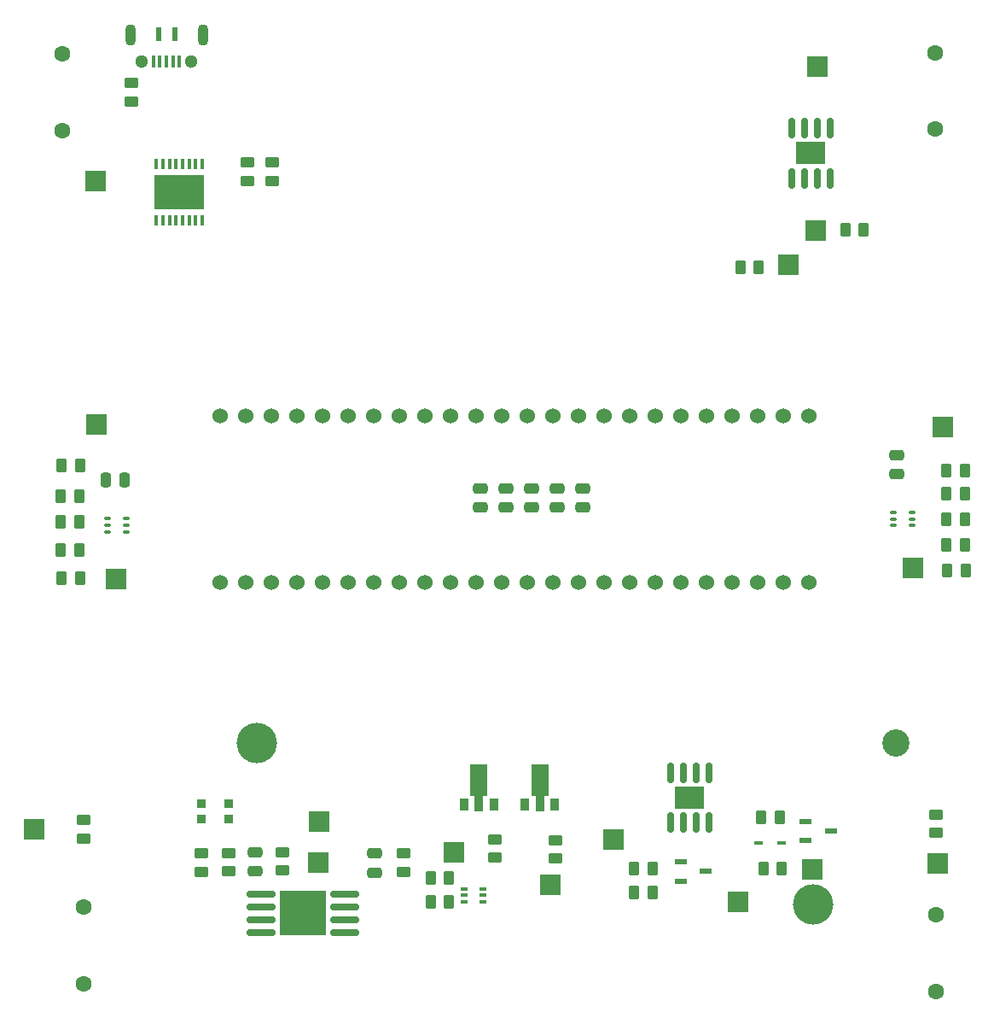
<source format=gbr>
%TF.GenerationSoftware,KiCad,Pcbnew,(7.0.0)*%
%TF.CreationDate,2023-04-14T09:52:48+02:00*%
%TF.ProjectId,EEE3088,45454533-3038-4382-9e6b-696361645f70,Rev_0*%
%TF.SameCoordinates,Original*%
%TF.FileFunction,Soldermask,Top*%
%TF.FilePolarity,Negative*%
%FSLAX46Y46*%
G04 Gerber Fmt 4.6, Leading zero omitted, Abs format (unit mm)*
G04 Created by KiCad (PCBNEW (7.0.0)) date 2023-04-14 09:52:48*
%MOMM*%
%LPD*%
G01*
G04 APERTURE LIST*
G04 Aperture macros list*
%AMRoundRect*
0 Rectangle with rounded corners*
0 $1 Rounding radius*
0 $2 $3 $4 $5 $6 $7 $8 $9 X,Y pos of 4 corners*
0 Add a 4 corners polygon primitive as box body*
4,1,4,$2,$3,$4,$5,$6,$7,$8,$9,$2,$3,0*
0 Add four circle primitives for the rounded corners*
1,1,$1+$1,$2,$3*
1,1,$1+$1,$4,$5*
1,1,$1+$1,$6,$7*
1,1,$1+$1,$8,$9*
0 Add four rect primitives between the rounded corners*
20,1,$1+$1,$2,$3,$4,$5,0*
20,1,$1+$1,$4,$5,$6,$7,0*
20,1,$1+$1,$6,$7,$8,$9,0*
20,1,$1+$1,$8,$9,$2,$3,0*%
%AMFreePoly0*
4,1,9,3.862500,-0.866500,0.737500,-0.866500,0.737500,-0.450000,-0.737500,-0.450000,-0.737500,0.450000,0.737500,0.450000,0.737500,0.866500,3.862500,0.866500,3.862500,-0.866500,3.862500,-0.866500,$1*%
G04 Aperture macros list end*
%ADD10R,2.000000X2.000000*%
%ADD11RoundRect,0.250000X-0.262500X-0.450000X0.262500X-0.450000X0.262500X0.450000X-0.262500X0.450000X0*%
%ADD12RoundRect,0.250000X-0.475000X0.250000X-0.475000X-0.250000X0.475000X-0.250000X0.475000X0.250000X0*%
%ADD13R,1.200000X0.600000*%
%ADD14RoundRect,0.150000X-0.150000X0.825000X-0.150000X-0.825000X0.150000X-0.825000X0.150000X0.825000X0*%
%ADD15R,3.000000X2.290000*%
%ADD16RoundRect,0.250000X0.262500X0.450000X-0.262500X0.450000X-0.262500X-0.450000X0.262500X-0.450000X0*%
%ADD17R,0.950000X0.900000*%
%ADD18RoundRect,0.250000X-0.450000X0.262500X-0.450000X-0.262500X0.450000X-0.262500X0.450000X0.262500X0*%
%ADD19C,1.524000*%
%ADD20R,0.900000X1.300000*%
%ADD21FreePoly0,90.000000*%
%ADD22R,0.400000X1.250000*%
%ADD23R,0.600000X1.350000*%
%ADD24O,1.070000X2.140000*%
%ADD25C,1.300000*%
%ADD26RoundRect,0.250000X0.250000X0.475000X-0.250000X0.475000X-0.250000X-0.475000X0.250000X-0.475000X0*%
%ADD27R,0.820000X0.460000*%
%ADD28RoundRect,0.175000X1.250000X0.175000X-1.250000X0.175000X-1.250000X-0.175000X1.250000X-0.175000X0*%
%ADD29R,4.570000X4.450000*%
%ADD30RoundRect,0.250000X0.475000X-0.250000X0.475000X0.250000X-0.475000X0.250000X-0.475000X-0.250000X0*%
%ADD31C,1.600000*%
%ADD32R,0.450000X1.050000*%
%ADD33R,5.000000X3.400000*%
%ADD34RoundRect,0.250000X0.450000X-0.262500X0.450000X0.262500X-0.450000X0.262500X-0.450000X-0.262500X0*%
%ADD35RoundRect,0.075000X-0.250000X-0.075000X0.250000X-0.075000X0.250000X0.075000X-0.250000X0.075000X0*%
%ADD36R,0.650000X0.400000*%
%ADD37RoundRect,0.075000X0.250000X0.075000X-0.250000X0.075000X-0.250000X-0.075000X0.250000X-0.075000X0*%
%ADD38C,4.000000*%
%ADD39C,2.700000*%
G04 APERTURE END LIST*
D10*
%TO.C,TP15*%
X131075999Y-71246999D03*
%TD*%
D11*
%TO.C,R30*%
X123571000Y-74918000D03*
X125396000Y-74918000D03*
%TD*%
D10*
%TO.C,TP12*%
X140715999Y-104647999D03*
%TD*%
D12*
%TO.C,C9*%
X100330000Y-96774000D03*
X100330000Y-98674000D03*
%TD*%
D10*
%TO.C,TP2*%
X131190999Y-54990999D03*
%TD*%
D13*
%TO.C,N1*%
X117658999Y-133817999D03*
X117658999Y-135717999D03*
X120158999Y-134767999D03*
%TD*%
D10*
%TO.C,TP1*%
X130739999Y-134574999D03*
%TD*%
D11*
%TO.C,R20*%
X144018000Y-94996000D03*
X145843000Y-94996000D03*
%TD*%
D10*
%TO.C,TP9*%
X143128999Y-133984999D03*
%TD*%
%TO.C,TP13*%
X61594999Y-105790999D03*
%TD*%
D14*
%TO.C,U6*%
X132461000Y-61087000D03*
X131191000Y-61087000D03*
X129921000Y-61087000D03*
X128651000Y-61087000D03*
X128651000Y-66037000D03*
X129921000Y-66037000D03*
X131191000Y-66037000D03*
X132461000Y-66037000D03*
D15*
X130555999Y-63561999D03*
%TD*%
D16*
%TO.C,R8*%
X114888500Y-134448000D03*
X113063500Y-134448000D03*
%TD*%
%TO.C,R24*%
X145843000Y-97282000D03*
X144018000Y-97282000D03*
%TD*%
D12*
%TO.C,C5*%
X105410000Y-96774000D03*
X105410000Y-98674000D03*
%TD*%
D10*
%TO.C,TP6*%
X123316999Y-137794999D03*
%TD*%
%TO.C,TP16*%
X128316999Y-74663999D03*
%TD*%
D17*
%TO.C,LED2*%
X72770999Y-129539999D03*
X72770999Y-128039999D03*
%TD*%
D18*
%TO.C,R3*%
X90170000Y-132969000D03*
X90170000Y-134794000D03*
%TD*%
D12*
%TO.C,C8*%
X107950000Y-96774000D03*
X107950000Y-98674000D03*
%TD*%
D11*
%TO.C,R25*%
X56132000Y-102862000D03*
X57957000Y-102862000D03*
%TD*%
D19*
%TO.C,U5*%
X71980000Y-106110000D03*
X74520000Y-106110000D03*
X77060000Y-106110000D03*
X79600000Y-106110000D03*
X82140000Y-106110000D03*
X84680000Y-106110000D03*
X87220000Y-106110000D03*
X89760000Y-106110000D03*
X92300000Y-106110000D03*
X94840000Y-106110000D03*
X97380000Y-106110000D03*
X99920000Y-106110000D03*
X102460000Y-106110000D03*
X105000000Y-106110000D03*
X107540000Y-106110000D03*
X110080000Y-106110000D03*
X112620000Y-106110000D03*
X115160000Y-106110000D03*
X117700000Y-106110000D03*
X120240000Y-106110000D03*
X122780000Y-106110000D03*
X125320000Y-106110000D03*
X127860000Y-106110000D03*
X130400000Y-106110000D03*
X130400000Y-89600000D03*
X127860000Y-89600000D03*
X125320000Y-89600000D03*
X122780000Y-89600000D03*
X120240000Y-89600000D03*
X117700000Y-89600000D03*
X115160000Y-89600000D03*
X112620000Y-89600000D03*
X110080000Y-89600000D03*
X107540000Y-89600000D03*
X105000000Y-89600000D03*
X102460000Y-89600000D03*
X99920000Y-89600000D03*
X97380000Y-89600000D03*
X94840000Y-89600000D03*
X92300000Y-89600000D03*
X89760000Y-89600000D03*
X87220000Y-89600000D03*
X84680000Y-89600000D03*
X82140000Y-89600000D03*
X79600000Y-89600000D03*
X77060000Y-89600000D03*
X74520000Y-89600000D03*
X71980000Y-89600000D03*
%TD*%
D11*
%TO.C,R32*%
X92837000Y-135382000D03*
X94662000Y-135382000D03*
%TD*%
%TO.C,R27*%
X56132000Y-100068000D03*
X57957000Y-100068000D03*
%TD*%
D10*
%TO.C,TP7*%
X95179999Y-132841999D03*
%TD*%
%TO.C,TP3*%
X81787999Y-129793999D03*
%TD*%
D20*
%TO.C,U1*%
X96138999Y-128142999D03*
D21*
X97639000Y-128055500D03*
D20*
X99138999Y-128142999D03*
%TD*%
D10*
%TO.C,TP4*%
X81660999Y-133857999D03*
%TD*%
D18*
%TO.C,R9*%
X105213000Y-131652000D03*
X105213000Y-133477000D03*
%TD*%
D22*
%TO.C,J1*%
X67936999Y-54440999D03*
X67286999Y-54440999D03*
X66636999Y-54440999D03*
X65986999Y-54440999D03*
X65336999Y-54440999D03*
D23*
X65836999Y-51790999D03*
X67436999Y-51790999D03*
D24*
X63036999Y-51815999D03*
D25*
X64212000Y-54466000D03*
X69062000Y-54466000D03*
D24*
X70236999Y-51815999D03*
%TD*%
D26*
%TO.C,C3*%
X62479000Y-96002000D03*
X60579000Y-96002000D03*
%TD*%
D11*
%TO.C,R33*%
X92837000Y-137795000D03*
X94662000Y-137795000D03*
%TD*%
%TO.C,R23*%
X56132000Y-97528000D03*
X57957000Y-97528000D03*
%TD*%
%TO.C,R18*%
X56235500Y-105656000D03*
X58060500Y-105656000D03*
%TD*%
D27*
%TO.C,Z1*%
X127705999Y-131907999D03*
X125405999Y-131907999D03*
%TD*%
D11*
%TO.C,R2*%
X125636500Y-129368000D03*
X127461500Y-129368000D03*
%TD*%
%TO.C,R19*%
X56235500Y-94480000D03*
X58060500Y-94480000D03*
%TD*%
D28*
%TO.C,U8*%
X84361000Y-140823000D03*
X84361000Y-139553000D03*
X84361000Y-138283000D03*
X84361000Y-137013000D03*
X76061000Y-137013000D03*
X76061000Y-138283000D03*
X76061000Y-139553000D03*
X76061000Y-140823000D03*
D29*
X80210999Y-138917999D03*
%TD*%
D13*
%TO.C,P1*%
X130064999Y-129814999D03*
X130064999Y-131714999D03*
X132564999Y-130764999D03*
%TD*%
D10*
%TO.C,TP14*%
X59689999Y-90423999D03*
%TD*%
D18*
%TO.C,R13*%
X63119000Y-56595000D03*
X63119000Y-58420000D03*
%TD*%
D30*
%TO.C,C4*%
X139065000Y-95377000D03*
X139065000Y-93477000D03*
%TD*%
D31*
%TO.C,R17*%
X142875000Y-53594000D03*
X142875000Y-61194000D03*
%TD*%
D17*
%TO.C,LED1*%
X70103999Y-129539999D03*
X70103999Y-128039999D03*
%TD*%
D16*
%TO.C,R4*%
X127692000Y-134448000D03*
X125867000Y-134448000D03*
%TD*%
D32*
%TO.C,U7*%
X70189999Y-64671599D03*
X69539999Y-64671599D03*
X68889999Y-64671599D03*
X68239999Y-64671599D03*
X67589999Y-64671599D03*
X66939999Y-64671599D03*
X66289999Y-64671599D03*
X65639999Y-64671599D03*
X65639999Y-70221599D03*
X66289999Y-70221599D03*
X66939999Y-70221599D03*
X67589999Y-70221599D03*
X68239999Y-70221599D03*
X68889999Y-70221599D03*
X69539999Y-70221599D03*
X70189999Y-70221599D03*
D33*
X67914999Y-67446599D03*
%TD*%
D18*
%TO.C,R28*%
X77089000Y-64492500D03*
X77089000Y-66317500D03*
%TD*%
D16*
%TO.C,R29*%
X135822000Y-71120000D03*
X133997000Y-71120000D03*
%TD*%
D10*
%TO.C,TP17*%
X59562999Y-66293999D03*
%TD*%
D12*
%TO.C,C7*%
X97790000Y-96774000D03*
X97790000Y-98674000D03*
%TD*%
D30*
%TO.C,C2*%
X75438000Y-134747000D03*
X75438000Y-132847000D03*
%TD*%
D10*
%TO.C,TP10*%
X53466999Y-130555999D03*
%TD*%
%TO.C,TP11*%
X143636999Y-90677999D03*
%TD*%
D18*
%TO.C,R5*%
X72771000Y-132922000D03*
X72771000Y-134747000D03*
%TD*%
D34*
%TO.C,R11*%
X143002000Y-130937000D03*
X143002000Y-129112000D03*
%TD*%
D30*
%TO.C,C1*%
X87249000Y-134874000D03*
X87249000Y-132974000D03*
%TD*%
D20*
%TO.C,U2*%
X102188999Y-128142999D03*
D21*
X103689000Y-128055500D03*
D20*
X105188999Y-128142999D03*
%TD*%
D35*
%TO.C,U3*%
X138800000Y-99172000D03*
X138800000Y-99822000D03*
X138800000Y-100472000D03*
X140600000Y-100472000D03*
X140600000Y-99822000D03*
X140600000Y-99172000D03*
%TD*%
D31*
%TO.C,R15*%
X56261000Y-53731000D03*
X56261000Y-61331000D03*
%TD*%
D12*
%TO.C,C6*%
X102870000Y-96774000D03*
X102870000Y-98674000D03*
%TD*%
D31*
%TO.C,R16*%
X143002000Y-139075000D03*
X143002000Y-146675000D03*
%TD*%
D16*
%TO.C,R22*%
X145843000Y-102362000D03*
X144018000Y-102362000D03*
%TD*%
%TO.C,R21*%
X145923000Y-104902000D03*
X144098000Y-104902000D03*
%TD*%
D31*
%TO.C,R14*%
X58420000Y-138303000D03*
X58420000Y-145903000D03*
%TD*%
D34*
%TO.C,R1*%
X70104000Y-134794000D03*
X70104000Y-132969000D03*
%TD*%
D10*
%TO.C,TP5*%
X110997999Y-131571999D03*
%TD*%
D36*
%TO.C,Q1*%
X96138999Y-136494999D03*
X96138999Y-137144999D03*
X96138999Y-137794999D03*
X98038999Y-137794999D03*
X98038999Y-137144999D03*
X98038999Y-136494999D03*
%TD*%
D18*
%TO.C,R12*%
X58420000Y-129657000D03*
X58420000Y-131482000D03*
%TD*%
%TO.C,R10*%
X99244000Y-131572000D03*
X99244000Y-133397000D03*
%TD*%
D16*
%TO.C,R7*%
X114888500Y-136861000D03*
X113063500Y-136861000D03*
%TD*%
D10*
%TO.C,TP8*%
X104704999Y-136098999D03*
%TD*%
D16*
%TO.C,R26*%
X145843000Y-99822000D03*
X144018000Y-99822000D03*
%TD*%
D14*
%TO.C,U9*%
X120453000Y-124988000D03*
X119183000Y-124988000D03*
X117913000Y-124988000D03*
X116643000Y-124988000D03*
X116643000Y-129938000D03*
X117913000Y-129938000D03*
X119183000Y-129938000D03*
X120453000Y-129938000D03*
D15*
X118547999Y-127462999D03*
%TD*%
D34*
%TO.C,R6*%
X78105000Y-134667000D03*
X78105000Y-132842000D03*
%TD*%
D37*
%TO.C,U4*%
X62624000Y-101095000D03*
X62624000Y-100445000D03*
X62624000Y-99795000D03*
X60824000Y-99795000D03*
X60824000Y-100445000D03*
X60824000Y-101095000D03*
%TD*%
D34*
%TO.C,R31*%
X74676000Y-66294000D03*
X74676000Y-64469000D03*
%TD*%
D38*
%TO.C,Battery-Holder1*%
X75625000Y-122048000D03*
X130825000Y-138048000D03*
D39*
X139045000Y-122048000D03*
%TD*%
M02*

</source>
